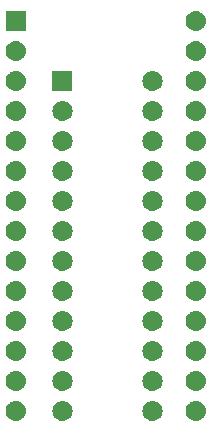
<source format=gbr>
G04 #@! TF.GenerationSoftware,KiCad,Pcbnew,(5.1.4)-1*
G04 #@! TF.CreationDate,2021-03-21T00:40:16-04:00*
G04 #@! TF.ProjectId,27c256_to_82s141,32376332-3536-45f7-946f-5f3832733134,rev?*
G04 #@! TF.SameCoordinates,Original*
G04 #@! TF.FileFunction,Soldermask,Top*
G04 #@! TF.FilePolarity,Negative*
%FSLAX46Y46*%
G04 Gerber Fmt 4.6, Leading zero omitted, Abs format (unit mm)*
G04 Created by KiCad (PCBNEW (5.1.4)-1) date 2021-03-21 00:40:16*
%MOMM*%
%LPD*%
G04 APERTURE LIST*
%ADD10C,0.100000*%
G04 APERTURE END LIST*
D10*
G36*
X126211824Y-82916314D02*
G01*
X126372243Y-82964977D01*
X126492012Y-83028995D01*
X126520079Y-83043997D01*
X126649660Y-83150342D01*
X126756005Y-83279923D01*
X126756006Y-83279925D01*
X126835025Y-83427759D01*
X126883688Y-83588178D01*
X126900118Y-83755001D01*
X126883688Y-83921824D01*
X126835025Y-84082243D01*
X126764115Y-84214907D01*
X126756005Y-84230079D01*
X126649660Y-84359660D01*
X126520079Y-84466005D01*
X126520077Y-84466006D01*
X126372243Y-84545025D01*
X126211824Y-84593688D01*
X126086805Y-84606001D01*
X126003197Y-84606001D01*
X125878178Y-84593688D01*
X125717759Y-84545025D01*
X125569925Y-84466006D01*
X125569923Y-84466005D01*
X125440342Y-84359660D01*
X125333997Y-84230079D01*
X125325887Y-84214907D01*
X125254977Y-84082243D01*
X125206314Y-83921824D01*
X125189884Y-83755001D01*
X125206314Y-83588178D01*
X125254977Y-83427759D01*
X125333996Y-83279925D01*
X125333997Y-83279923D01*
X125440342Y-83150342D01*
X125569923Y-83043997D01*
X125597990Y-83028995D01*
X125717759Y-82964977D01*
X125878178Y-82916314D01*
X126003197Y-82904001D01*
X126086805Y-82904001D01*
X126211824Y-82916314D01*
X126211824Y-82916314D01*
G37*
G36*
X110971824Y-82916314D02*
G01*
X111132243Y-82964977D01*
X111252012Y-83028995D01*
X111280079Y-83043997D01*
X111409660Y-83150342D01*
X111516005Y-83279923D01*
X111516006Y-83279925D01*
X111595025Y-83427759D01*
X111643688Y-83588178D01*
X111660118Y-83755001D01*
X111643688Y-83921824D01*
X111595025Y-84082243D01*
X111524115Y-84214907D01*
X111516005Y-84230079D01*
X111409660Y-84359660D01*
X111280079Y-84466005D01*
X111280077Y-84466006D01*
X111132243Y-84545025D01*
X110971824Y-84593688D01*
X110846805Y-84606001D01*
X110763197Y-84606001D01*
X110638178Y-84593688D01*
X110477759Y-84545025D01*
X110329925Y-84466006D01*
X110329923Y-84466005D01*
X110200342Y-84359660D01*
X110093997Y-84230079D01*
X110085887Y-84214907D01*
X110014977Y-84082243D01*
X109966314Y-83921824D01*
X109949884Y-83755001D01*
X109966314Y-83588178D01*
X110014977Y-83427759D01*
X110093996Y-83279925D01*
X110093997Y-83279923D01*
X110200342Y-83150342D01*
X110329923Y-83043997D01*
X110357990Y-83028995D01*
X110477759Y-82964977D01*
X110638178Y-82916314D01*
X110763197Y-82904001D01*
X110846805Y-82904001D01*
X110971824Y-82916314D01*
X110971824Y-82916314D01*
G37*
G36*
X122546823Y-82901313D02*
G01*
X122707242Y-82949976D01*
X122839906Y-83020886D01*
X122855078Y-83028996D01*
X122984659Y-83135341D01*
X123091004Y-83264922D01*
X123091005Y-83264924D01*
X123170024Y-83412758D01*
X123218687Y-83573177D01*
X123235117Y-83740000D01*
X123218687Y-83906823D01*
X123170024Y-84067242D01*
X123099114Y-84199906D01*
X123091004Y-84215078D01*
X122984659Y-84344659D01*
X122855078Y-84451004D01*
X122855076Y-84451005D01*
X122707242Y-84530024D01*
X122546823Y-84578687D01*
X122421804Y-84591000D01*
X122338196Y-84591000D01*
X122213177Y-84578687D01*
X122052758Y-84530024D01*
X121904924Y-84451005D01*
X121904922Y-84451004D01*
X121775341Y-84344659D01*
X121668996Y-84215078D01*
X121660886Y-84199906D01*
X121589976Y-84067242D01*
X121541313Y-83906823D01*
X121524883Y-83740000D01*
X121541313Y-83573177D01*
X121589976Y-83412758D01*
X121668995Y-83264924D01*
X121668996Y-83264922D01*
X121775341Y-83135341D01*
X121904922Y-83028996D01*
X121920094Y-83020886D01*
X122052758Y-82949976D01*
X122213177Y-82901313D01*
X122338196Y-82889000D01*
X122421804Y-82889000D01*
X122546823Y-82901313D01*
X122546823Y-82901313D01*
G37*
G36*
X114926823Y-82901313D02*
G01*
X115087242Y-82949976D01*
X115219906Y-83020886D01*
X115235078Y-83028996D01*
X115364659Y-83135341D01*
X115471004Y-83264922D01*
X115471005Y-83264924D01*
X115550024Y-83412758D01*
X115598687Y-83573177D01*
X115615117Y-83740000D01*
X115598687Y-83906823D01*
X115550024Y-84067242D01*
X115479114Y-84199906D01*
X115471004Y-84215078D01*
X115364659Y-84344659D01*
X115235078Y-84451004D01*
X115235076Y-84451005D01*
X115087242Y-84530024D01*
X114926823Y-84578687D01*
X114801804Y-84591000D01*
X114718196Y-84591000D01*
X114593177Y-84578687D01*
X114432758Y-84530024D01*
X114284924Y-84451005D01*
X114284922Y-84451004D01*
X114155341Y-84344659D01*
X114048996Y-84215078D01*
X114040886Y-84199906D01*
X113969976Y-84067242D01*
X113921313Y-83906823D01*
X113904883Y-83740000D01*
X113921313Y-83573177D01*
X113969976Y-83412758D01*
X114048995Y-83264924D01*
X114048996Y-83264922D01*
X114155341Y-83135341D01*
X114284922Y-83028996D01*
X114300094Y-83020886D01*
X114432758Y-82949976D01*
X114593177Y-82901313D01*
X114718196Y-82889000D01*
X114801804Y-82889000D01*
X114926823Y-82901313D01*
X114926823Y-82901313D01*
G37*
G36*
X110971824Y-80376314D02*
G01*
X111132243Y-80424977D01*
X111252012Y-80488995D01*
X111280079Y-80503997D01*
X111409660Y-80610342D01*
X111516005Y-80739923D01*
X111516006Y-80739925D01*
X111595025Y-80887759D01*
X111643688Y-81048178D01*
X111660118Y-81215001D01*
X111643688Y-81381824D01*
X111595025Y-81542243D01*
X111524115Y-81674907D01*
X111516005Y-81690079D01*
X111409660Y-81819660D01*
X111280079Y-81926005D01*
X111280077Y-81926006D01*
X111132243Y-82005025D01*
X110971824Y-82053688D01*
X110846805Y-82066001D01*
X110763197Y-82066001D01*
X110638178Y-82053688D01*
X110477759Y-82005025D01*
X110329925Y-81926006D01*
X110329923Y-81926005D01*
X110200342Y-81819660D01*
X110093997Y-81690079D01*
X110085887Y-81674907D01*
X110014977Y-81542243D01*
X109966314Y-81381824D01*
X109949884Y-81215001D01*
X109966314Y-81048178D01*
X110014977Y-80887759D01*
X110093996Y-80739925D01*
X110093997Y-80739923D01*
X110200342Y-80610342D01*
X110329923Y-80503997D01*
X110357990Y-80488995D01*
X110477759Y-80424977D01*
X110638178Y-80376314D01*
X110763197Y-80364001D01*
X110846805Y-80364001D01*
X110971824Y-80376314D01*
X110971824Y-80376314D01*
G37*
G36*
X126211824Y-80376314D02*
G01*
X126372243Y-80424977D01*
X126492012Y-80488995D01*
X126520079Y-80503997D01*
X126649660Y-80610342D01*
X126756005Y-80739923D01*
X126756006Y-80739925D01*
X126835025Y-80887759D01*
X126883688Y-81048178D01*
X126900118Y-81215001D01*
X126883688Y-81381824D01*
X126835025Y-81542243D01*
X126764115Y-81674907D01*
X126756005Y-81690079D01*
X126649660Y-81819660D01*
X126520079Y-81926005D01*
X126520077Y-81926006D01*
X126372243Y-82005025D01*
X126211824Y-82053688D01*
X126086805Y-82066001D01*
X126003197Y-82066001D01*
X125878178Y-82053688D01*
X125717759Y-82005025D01*
X125569925Y-81926006D01*
X125569923Y-81926005D01*
X125440342Y-81819660D01*
X125333997Y-81690079D01*
X125325887Y-81674907D01*
X125254977Y-81542243D01*
X125206314Y-81381824D01*
X125189884Y-81215001D01*
X125206314Y-81048178D01*
X125254977Y-80887759D01*
X125333996Y-80739925D01*
X125333997Y-80739923D01*
X125440342Y-80610342D01*
X125569923Y-80503997D01*
X125597990Y-80488995D01*
X125717759Y-80424977D01*
X125878178Y-80376314D01*
X126003197Y-80364001D01*
X126086805Y-80364001D01*
X126211824Y-80376314D01*
X126211824Y-80376314D01*
G37*
G36*
X122546823Y-80361313D02*
G01*
X122707242Y-80409976D01*
X122839906Y-80480886D01*
X122855078Y-80488996D01*
X122984659Y-80595341D01*
X123091004Y-80724922D01*
X123091005Y-80724924D01*
X123170024Y-80872758D01*
X123218687Y-81033177D01*
X123235117Y-81200000D01*
X123218687Y-81366823D01*
X123170024Y-81527242D01*
X123099114Y-81659906D01*
X123091004Y-81675078D01*
X122984659Y-81804659D01*
X122855078Y-81911004D01*
X122855076Y-81911005D01*
X122707242Y-81990024D01*
X122546823Y-82038687D01*
X122421804Y-82051000D01*
X122338196Y-82051000D01*
X122213177Y-82038687D01*
X122052758Y-81990024D01*
X121904924Y-81911005D01*
X121904922Y-81911004D01*
X121775341Y-81804659D01*
X121668996Y-81675078D01*
X121660886Y-81659906D01*
X121589976Y-81527242D01*
X121541313Y-81366823D01*
X121524883Y-81200000D01*
X121541313Y-81033177D01*
X121589976Y-80872758D01*
X121668995Y-80724924D01*
X121668996Y-80724922D01*
X121775341Y-80595341D01*
X121904922Y-80488996D01*
X121920094Y-80480886D01*
X122052758Y-80409976D01*
X122213177Y-80361313D01*
X122338196Y-80349000D01*
X122421804Y-80349000D01*
X122546823Y-80361313D01*
X122546823Y-80361313D01*
G37*
G36*
X114926823Y-80361313D02*
G01*
X115087242Y-80409976D01*
X115219906Y-80480886D01*
X115235078Y-80488996D01*
X115364659Y-80595341D01*
X115471004Y-80724922D01*
X115471005Y-80724924D01*
X115550024Y-80872758D01*
X115598687Y-81033177D01*
X115615117Y-81200000D01*
X115598687Y-81366823D01*
X115550024Y-81527242D01*
X115479114Y-81659906D01*
X115471004Y-81675078D01*
X115364659Y-81804659D01*
X115235078Y-81911004D01*
X115235076Y-81911005D01*
X115087242Y-81990024D01*
X114926823Y-82038687D01*
X114801804Y-82051000D01*
X114718196Y-82051000D01*
X114593177Y-82038687D01*
X114432758Y-81990024D01*
X114284924Y-81911005D01*
X114284922Y-81911004D01*
X114155341Y-81804659D01*
X114048996Y-81675078D01*
X114040886Y-81659906D01*
X113969976Y-81527242D01*
X113921313Y-81366823D01*
X113904883Y-81200000D01*
X113921313Y-81033177D01*
X113969976Y-80872758D01*
X114048995Y-80724924D01*
X114048996Y-80724922D01*
X114155341Y-80595341D01*
X114284922Y-80488996D01*
X114300094Y-80480886D01*
X114432758Y-80409976D01*
X114593177Y-80361313D01*
X114718196Y-80349000D01*
X114801804Y-80349000D01*
X114926823Y-80361313D01*
X114926823Y-80361313D01*
G37*
G36*
X126211824Y-77836314D02*
G01*
X126372243Y-77884977D01*
X126492012Y-77948995D01*
X126520079Y-77963997D01*
X126649660Y-78070342D01*
X126756005Y-78199923D01*
X126756006Y-78199925D01*
X126835025Y-78347759D01*
X126883688Y-78508178D01*
X126900118Y-78675001D01*
X126883688Y-78841824D01*
X126835025Y-79002243D01*
X126764115Y-79134907D01*
X126756005Y-79150079D01*
X126649660Y-79279660D01*
X126520079Y-79386005D01*
X126520077Y-79386006D01*
X126372243Y-79465025D01*
X126211824Y-79513688D01*
X126086805Y-79526001D01*
X126003197Y-79526001D01*
X125878178Y-79513688D01*
X125717759Y-79465025D01*
X125569925Y-79386006D01*
X125569923Y-79386005D01*
X125440342Y-79279660D01*
X125333997Y-79150079D01*
X125325887Y-79134907D01*
X125254977Y-79002243D01*
X125206314Y-78841824D01*
X125189884Y-78675001D01*
X125206314Y-78508178D01*
X125254977Y-78347759D01*
X125333996Y-78199925D01*
X125333997Y-78199923D01*
X125440342Y-78070342D01*
X125569923Y-77963997D01*
X125597990Y-77948995D01*
X125717759Y-77884977D01*
X125878178Y-77836314D01*
X126003197Y-77824001D01*
X126086805Y-77824001D01*
X126211824Y-77836314D01*
X126211824Y-77836314D01*
G37*
G36*
X110971824Y-77836314D02*
G01*
X111132243Y-77884977D01*
X111252012Y-77948995D01*
X111280079Y-77963997D01*
X111409660Y-78070342D01*
X111516005Y-78199923D01*
X111516006Y-78199925D01*
X111595025Y-78347759D01*
X111643688Y-78508178D01*
X111660118Y-78675001D01*
X111643688Y-78841824D01*
X111595025Y-79002243D01*
X111524115Y-79134907D01*
X111516005Y-79150079D01*
X111409660Y-79279660D01*
X111280079Y-79386005D01*
X111280077Y-79386006D01*
X111132243Y-79465025D01*
X110971824Y-79513688D01*
X110846805Y-79526001D01*
X110763197Y-79526001D01*
X110638178Y-79513688D01*
X110477759Y-79465025D01*
X110329925Y-79386006D01*
X110329923Y-79386005D01*
X110200342Y-79279660D01*
X110093997Y-79150079D01*
X110085887Y-79134907D01*
X110014977Y-79002243D01*
X109966314Y-78841824D01*
X109949884Y-78675001D01*
X109966314Y-78508178D01*
X110014977Y-78347759D01*
X110093996Y-78199925D01*
X110093997Y-78199923D01*
X110200342Y-78070342D01*
X110329923Y-77963997D01*
X110357990Y-77948995D01*
X110477759Y-77884977D01*
X110638178Y-77836314D01*
X110763197Y-77824001D01*
X110846805Y-77824001D01*
X110971824Y-77836314D01*
X110971824Y-77836314D01*
G37*
G36*
X114926823Y-77821313D02*
G01*
X115087242Y-77869976D01*
X115219906Y-77940886D01*
X115235078Y-77948996D01*
X115364659Y-78055341D01*
X115471004Y-78184922D01*
X115471005Y-78184924D01*
X115550024Y-78332758D01*
X115598687Y-78493177D01*
X115615117Y-78660000D01*
X115598687Y-78826823D01*
X115550024Y-78987242D01*
X115479114Y-79119906D01*
X115471004Y-79135078D01*
X115364659Y-79264659D01*
X115235078Y-79371004D01*
X115235076Y-79371005D01*
X115087242Y-79450024D01*
X114926823Y-79498687D01*
X114801804Y-79511000D01*
X114718196Y-79511000D01*
X114593177Y-79498687D01*
X114432758Y-79450024D01*
X114284924Y-79371005D01*
X114284922Y-79371004D01*
X114155341Y-79264659D01*
X114048996Y-79135078D01*
X114040886Y-79119906D01*
X113969976Y-78987242D01*
X113921313Y-78826823D01*
X113904883Y-78660000D01*
X113921313Y-78493177D01*
X113969976Y-78332758D01*
X114048995Y-78184924D01*
X114048996Y-78184922D01*
X114155341Y-78055341D01*
X114284922Y-77948996D01*
X114300094Y-77940886D01*
X114432758Y-77869976D01*
X114593177Y-77821313D01*
X114718196Y-77809000D01*
X114801804Y-77809000D01*
X114926823Y-77821313D01*
X114926823Y-77821313D01*
G37*
G36*
X122546823Y-77821313D02*
G01*
X122707242Y-77869976D01*
X122839906Y-77940886D01*
X122855078Y-77948996D01*
X122984659Y-78055341D01*
X123091004Y-78184922D01*
X123091005Y-78184924D01*
X123170024Y-78332758D01*
X123218687Y-78493177D01*
X123235117Y-78660000D01*
X123218687Y-78826823D01*
X123170024Y-78987242D01*
X123099114Y-79119906D01*
X123091004Y-79135078D01*
X122984659Y-79264659D01*
X122855078Y-79371004D01*
X122855076Y-79371005D01*
X122707242Y-79450024D01*
X122546823Y-79498687D01*
X122421804Y-79511000D01*
X122338196Y-79511000D01*
X122213177Y-79498687D01*
X122052758Y-79450024D01*
X121904924Y-79371005D01*
X121904922Y-79371004D01*
X121775341Y-79264659D01*
X121668996Y-79135078D01*
X121660886Y-79119906D01*
X121589976Y-78987242D01*
X121541313Y-78826823D01*
X121524883Y-78660000D01*
X121541313Y-78493177D01*
X121589976Y-78332758D01*
X121668995Y-78184924D01*
X121668996Y-78184922D01*
X121775341Y-78055341D01*
X121904922Y-77948996D01*
X121920094Y-77940886D01*
X122052758Y-77869976D01*
X122213177Y-77821313D01*
X122338196Y-77809000D01*
X122421804Y-77809000D01*
X122546823Y-77821313D01*
X122546823Y-77821313D01*
G37*
G36*
X110971824Y-75296314D02*
G01*
X111132243Y-75344977D01*
X111252012Y-75408995D01*
X111280079Y-75423997D01*
X111409660Y-75530342D01*
X111516005Y-75659923D01*
X111516006Y-75659925D01*
X111595025Y-75807759D01*
X111643688Y-75968178D01*
X111660118Y-76135001D01*
X111643688Y-76301824D01*
X111595025Y-76462243D01*
X111524115Y-76594907D01*
X111516005Y-76610079D01*
X111409660Y-76739660D01*
X111280079Y-76846005D01*
X111280077Y-76846006D01*
X111132243Y-76925025D01*
X110971824Y-76973688D01*
X110846805Y-76986001D01*
X110763197Y-76986001D01*
X110638178Y-76973688D01*
X110477759Y-76925025D01*
X110329925Y-76846006D01*
X110329923Y-76846005D01*
X110200342Y-76739660D01*
X110093997Y-76610079D01*
X110085887Y-76594907D01*
X110014977Y-76462243D01*
X109966314Y-76301824D01*
X109949884Y-76135001D01*
X109966314Y-75968178D01*
X110014977Y-75807759D01*
X110093996Y-75659925D01*
X110093997Y-75659923D01*
X110200342Y-75530342D01*
X110329923Y-75423997D01*
X110357990Y-75408995D01*
X110477759Y-75344977D01*
X110638178Y-75296314D01*
X110763197Y-75284001D01*
X110846805Y-75284001D01*
X110971824Y-75296314D01*
X110971824Y-75296314D01*
G37*
G36*
X126211824Y-75296314D02*
G01*
X126372243Y-75344977D01*
X126492012Y-75408995D01*
X126520079Y-75423997D01*
X126649660Y-75530342D01*
X126756005Y-75659923D01*
X126756006Y-75659925D01*
X126835025Y-75807759D01*
X126883688Y-75968178D01*
X126900118Y-76135001D01*
X126883688Y-76301824D01*
X126835025Y-76462243D01*
X126764115Y-76594907D01*
X126756005Y-76610079D01*
X126649660Y-76739660D01*
X126520079Y-76846005D01*
X126520077Y-76846006D01*
X126372243Y-76925025D01*
X126211824Y-76973688D01*
X126086805Y-76986001D01*
X126003197Y-76986001D01*
X125878178Y-76973688D01*
X125717759Y-76925025D01*
X125569925Y-76846006D01*
X125569923Y-76846005D01*
X125440342Y-76739660D01*
X125333997Y-76610079D01*
X125325887Y-76594907D01*
X125254977Y-76462243D01*
X125206314Y-76301824D01*
X125189884Y-76135001D01*
X125206314Y-75968178D01*
X125254977Y-75807759D01*
X125333996Y-75659925D01*
X125333997Y-75659923D01*
X125440342Y-75530342D01*
X125569923Y-75423997D01*
X125597990Y-75408995D01*
X125717759Y-75344977D01*
X125878178Y-75296314D01*
X126003197Y-75284001D01*
X126086805Y-75284001D01*
X126211824Y-75296314D01*
X126211824Y-75296314D01*
G37*
G36*
X122546823Y-75281313D02*
G01*
X122707242Y-75329976D01*
X122839906Y-75400886D01*
X122855078Y-75408996D01*
X122984659Y-75515341D01*
X123091004Y-75644922D01*
X123091005Y-75644924D01*
X123170024Y-75792758D01*
X123218687Y-75953177D01*
X123235117Y-76120000D01*
X123218687Y-76286823D01*
X123170024Y-76447242D01*
X123099114Y-76579906D01*
X123091004Y-76595078D01*
X122984659Y-76724659D01*
X122855078Y-76831004D01*
X122855076Y-76831005D01*
X122707242Y-76910024D01*
X122546823Y-76958687D01*
X122421804Y-76971000D01*
X122338196Y-76971000D01*
X122213177Y-76958687D01*
X122052758Y-76910024D01*
X121904924Y-76831005D01*
X121904922Y-76831004D01*
X121775341Y-76724659D01*
X121668996Y-76595078D01*
X121660886Y-76579906D01*
X121589976Y-76447242D01*
X121541313Y-76286823D01*
X121524883Y-76120000D01*
X121541313Y-75953177D01*
X121589976Y-75792758D01*
X121668995Y-75644924D01*
X121668996Y-75644922D01*
X121775341Y-75515341D01*
X121904922Y-75408996D01*
X121920094Y-75400886D01*
X122052758Y-75329976D01*
X122213177Y-75281313D01*
X122338196Y-75269000D01*
X122421804Y-75269000D01*
X122546823Y-75281313D01*
X122546823Y-75281313D01*
G37*
G36*
X114926823Y-75281313D02*
G01*
X115087242Y-75329976D01*
X115219906Y-75400886D01*
X115235078Y-75408996D01*
X115364659Y-75515341D01*
X115471004Y-75644922D01*
X115471005Y-75644924D01*
X115550024Y-75792758D01*
X115598687Y-75953177D01*
X115615117Y-76120000D01*
X115598687Y-76286823D01*
X115550024Y-76447242D01*
X115479114Y-76579906D01*
X115471004Y-76595078D01*
X115364659Y-76724659D01*
X115235078Y-76831004D01*
X115235076Y-76831005D01*
X115087242Y-76910024D01*
X114926823Y-76958687D01*
X114801804Y-76971000D01*
X114718196Y-76971000D01*
X114593177Y-76958687D01*
X114432758Y-76910024D01*
X114284924Y-76831005D01*
X114284922Y-76831004D01*
X114155341Y-76724659D01*
X114048996Y-76595078D01*
X114040886Y-76579906D01*
X113969976Y-76447242D01*
X113921313Y-76286823D01*
X113904883Y-76120000D01*
X113921313Y-75953177D01*
X113969976Y-75792758D01*
X114048995Y-75644924D01*
X114048996Y-75644922D01*
X114155341Y-75515341D01*
X114284922Y-75408996D01*
X114300094Y-75400886D01*
X114432758Y-75329976D01*
X114593177Y-75281313D01*
X114718196Y-75269000D01*
X114801804Y-75269000D01*
X114926823Y-75281313D01*
X114926823Y-75281313D01*
G37*
G36*
X126211824Y-72756314D02*
G01*
X126372243Y-72804977D01*
X126492012Y-72868995D01*
X126520079Y-72883997D01*
X126649660Y-72990342D01*
X126756005Y-73119923D01*
X126756006Y-73119925D01*
X126835025Y-73267759D01*
X126883688Y-73428178D01*
X126900118Y-73595001D01*
X126883688Y-73761824D01*
X126835025Y-73922243D01*
X126764115Y-74054907D01*
X126756005Y-74070079D01*
X126649660Y-74199660D01*
X126520079Y-74306005D01*
X126520077Y-74306006D01*
X126372243Y-74385025D01*
X126211824Y-74433688D01*
X126086805Y-74446001D01*
X126003197Y-74446001D01*
X125878178Y-74433688D01*
X125717759Y-74385025D01*
X125569925Y-74306006D01*
X125569923Y-74306005D01*
X125440342Y-74199660D01*
X125333997Y-74070079D01*
X125325887Y-74054907D01*
X125254977Y-73922243D01*
X125206314Y-73761824D01*
X125189884Y-73595001D01*
X125206314Y-73428178D01*
X125254977Y-73267759D01*
X125333996Y-73119925D01*
X125333997Y-73119923D01*
X125440342Y-72990342D01*
X125569923Y-72883997D01*
X125597990Y-72868995D01*
X125717759Y-72804977D01*
X125878178Y-72756314D01*
X126003197Y-72744001D01*
X126086805Y-72744001D01*
X126211824Y-72756314D01*
X126211824Y-72756314D01*
G37*
G36*
X110971824Y-72756314D02*
G01*
X111132243Y-72804977D01*
X111252012Y-72868995D01*
X111280079Y-72883997D01*
X111409660Y-72990342D01*
X111516005Y-73119923D01*
X111516006Y-73119925D01*
X111595025Y-73267759D01*
X111643688Y-73428178D01*
X111660118Y-73595001D01*
X111643688Y-73761824D01*
X111595025Y-73922243D01*
X111524115Y-74054907D01*
X111516005Y-74070079D01*
X111409660Y-74199660D01*
X111280079Y-74306005D01*
X111280077Y-74306006D01*
X111132243Y-74385025D01*
X110971824Y-74433688D01*
X110846805Y-74446001D01*
X110763197Y-74446001D01*
X110638178Y-74433688D01*
X110477759Y-74385025D01*
X110329925Y-74306006D01*
X110329923Y-74306005D01*
X110200342Y-74199660D01*
X110093997Y-74070079D01*
X110085887Y-74054907D01*
X110014977Y-73922243D01*
X109966314Y-73761824D01*
X109949884Y-73595001D01*
X109966314Y-73428178D01*
X110014977Y-73267759D01*
X110093996Y-73119925D01*
X110093997Y-73119923D01*
X110200342Y-72990342D01*
X110329923Y-72883997D01*
X110357990Y-72868995D01*
X110477759Y-72804977D01*
X110638178Y-72756314D01*
X110763197Y-72744001D01*
X110846805Y-72744001D01*
X110971824Y-72756314D01*
X110971824Y-72756314D01*
G37*
G36*
X122546823Y-72741313D02*
G01*
X122707242Y-72789976D01*
X122839906Y-72860886D01*
X122855078Y-72868996D01*
X122984659Y-72975341D01*
X123091004Y-73104922D01*
X123091005Y-73104924D01*
X123170024Y-73252758D01*
X123218687Y-73413177D01*
X123235117Y-73580000D01*
X123218687Y-73746823D01*
X123170024Y-73907242D01*
X123099114Y-74039906D01*
X123091004Y-74055078D01*
X122984659Y-74184659D01*
X122855078Y-74291004D01*
X122855076Y-74291005D01*
X122707242Y-74370024D01*
X122546823Y-74418687D01*
X122421804Y-74431000D01*
X122338196Y-74431000D01*
X122213177Y-74418687D01*
X122052758Y-74370024D01*
X121904924Y-74291005D01*
X121904922Y-74291004D01*
X121775341Y-74184659D01*
X121668996Y-74055078D01*
X121660886Y-74039906D01*
X121589976Y-73907242D01*
X121541313Y-73746823D01*
X121524883Y-73580000D01*
X121541313Y-73413177D01*
X121589976Y-73252758D01*
X121668995Y-73104924D01*
X121668996Y-73104922D01*
X121775341Y-72975341D01*
X121904922Y-72868996D01*
X121920094Y-72860886D01*
X122052758Y-72789976D01*
X122213177Y-72741313D01*
X122338196Y-72729000D01*
X122421804Y-72729000D01*
X122546823Y-72741313D01*
X122546823Y-72741313D01*
G37*
G36*
X114926823Y-72741313D02*
G01*
X115087242Y-72789976D01*
X115219906Y-72860886D01*
X115235078Y-72868996D01*
X115364659Y-72975341D01*
X115471004Y-73104922D01*
X115471005Y-73104924D01*
X115550024Y-73252758D01*
X115598687Y-73413177D01*
X115615117Y-73580000D01*
X115598687Y-73746823D01*
X115550024Y-73907242D01*
X115479114Y-74039906D01*
X115471004Y-74055078D01*
X115364659Y-74184659D01*
X115235078Y-74291004D01*
X115235076Y-74291005D01*
X115087242Y-74370024D01*
X114926823Y-74418687D01*
X114801804Y-74431000D01*
X114718196Y-74431000D01*
X114593177Y-74418687D01*
X114432758Y-74370024D01*
X114284924Y-74291005D01*
X114284922Y-74291004D01*
X114155341Y-74184659D01*
X114048996Y-74055078D01*
X114040886Y-74039906D01*
X113969976Y-73907242D01*
X113921313Y-73746823D01*
X113904883Y-73580000D01*
X113921313Y-73413177D01*
X113969976Y-73252758D01*
X114048995Y-73104924D01*
X114048996Y-73104922D01*
X114155341Y-72975341D01*
X114284922Y-72868996D01*
X114300094Y-72860886D01*
X114432758Y-72789976D01*
X114593177Y-72741313D01*
X114718196Y-72729000D01*
X114801804Y-72729000D01*
X114926823Y-72741313D01*
X114926823Y-72741313D01*
G37*
G36*
X110971824Y-70216314D02*
G01*
X111132243Y-70264977D01*
X111252012Y-70328995D01*
X111280079Y-70343997D01*
X111409660Y-70450342D01*
X111516005Y-70579923D01*
X111516006Y-70579925D01*
X111595025Y-70727759D01*
X111643688Y-70888178D01*
X111660118Y-71055001D01*
X111643688Y-71221824D01*
X111595025Y-71382243D01*
X111524115Y-71514907D01*
X111516005Y-71530079D01*
X111409660Y-71659660D01*
X111280079Y-71766005D01*
X111280077Y-71766006D01*
X111132243Y-71845025D01*
X110971824Y-71893688D01*
X110846805Y-71906001D01*
X110763197Y-71906001D01*
X110638178Y-71893688D01*
X110477759Y-71845025D01*
X110329925Y-71766006D01*
X110329923Y-71766005D01*
X110200342Y-71659660D01*
X110093997Y-71530079D01*
X110085887Y-71514907D01*
X110014977Y-71382243D01*
X109966314Y-71221824D01*
X109949884Y-71055001D01*
X109966314Y-70888178D01*
X110014977Y-70727759D01*
X110093996Y-70579925D01*
X110093997Y-70579923D01*
X110200342Y-70450342D01*
X110329923Y-70343997D01*
X110357990Y-70328995D01*
X110477759Y-70264977D01*
X110638178Y-70216314D01*
X110763197Y-70204001D01*
X110846805Y-70204001D01*
X110971824Y-70216314D01*
X110971824Y-70216314D01*
G37*
G36*
X126211824Y-70216314D02*
G01*
X126372243Y-70264977D01*
X126492012Y-70328995D01*
X126520079Y-70343997D01*
X126649660Y-70450342D01*
X126756005Y-70579923D01*
X126756006Y-70579925D01*
X126835025Y-70727759D01*
X126883688Y-70888178D01*
X126900118Y-71055001D01*
X126883688Y-71221824D01*
X126835025Y-71382243D01*
X126764115Y-71514907D01*
X126756005Y-71530079D01*
X126649660Y-71659660D01*
X126520079Y-71766005D01*
X126520077Y-71766006D01*
X126372243Y-71845025D01*
X126211824Y-71893688D01*
X126086805Y-71906001D01*
X126003197Y-71906001D01*
X125878178Y-71893688D01*
X125717759Y-71845025D01*
X125569925Y-71766006D01*
X125569923Y-71766005D01*
X125440342Y-71659660D01*
X125333997Y-71530079D01*
X125325887Y-71514907D01*
X125254977Y-71382243D01*
X125206314Y-71221824D01*
X125189884Y-71055001D01*
X125206314Y-70888178D01*
X125254977Y-70727759D01*
X125333996Y-70579925D01*
X125333997Y-70579923D01*
X125440342Y-70450342D01*
X125569923Y-70343997D01*
X125597990Y-70328995D01*
X125717759Y-70264977D01*
X125878178Y-70216314D01*
X126003197Y-70204001D01*
X126086805Y-70204001D01*
X126211824Y-70216314D01*
X126211824Y-70216314D01*
G37*
G36*
X114926823Y-70201313D02*
G01*
X115087242Y-70249976D01*
X115219906Y-70320886D01*
X115235078Y-70328996D01*
X115364659Y-70435341D01*
X115471004Y-70564922D01*
X115471005Y-70564924D01*
X115550024Y-70712758D01*
X115598687Y-70873177D01*
X115615117Y-71040000D01*
X115598687Y-71206823D01*
X115550024Y-71367242D01*
X115479114Y-71499906D01*
X115471004Y-71515078D01*
X115364659Y-71644659D01*
X115235078Y-71751004D01*
X115235076Y-71751005D01*
X115087242Y-71830024D01*
X114926823Y-71878687D01*
X114801804Y-71891000D01*
X114718196Y-71891000D01*
X114593177Y-71878687D01*
X114432758Y-71830024D01*
X114284924Y-71751005D01*
X114284922Y-71751004D01*
X114155341Y-71644659D01*
X114048996Y-71515078D01*
X114040886Y-71499906D01*
X113969976Y-71367242D01*
X113921313Y-71206823D01*
X113904883Y-71040000D01*
X113921313Y-70873177D01*
X113969976Y-70712758D01*
X114048995Y-70564924D01*
X114048996Y-70564922D01*
X114155341Y-70435341D01*
X114284922Y-70328996D01*
X114300094Y-70320886D01*
X114432758Y-70249976D01*
X114593177Y-70201313D01*
X114718196Y-70189000D01*
X114801804Y-70189000D01*
X114926823Y-70201313D01*
X114926823Y-70201313D01*
G37*
G36*
X122546823Y-70201313D02*
G01*
X122707242Y-70249976D01*
X122839906Y-70320886D01*
X122855078Y-70328996D01*
X122984659Y-70435341D01*
X123091004Y-70564922D01*
X123091005Y-70564924D01*
X123170024Y-70712758D01*
X123218687Y-70873177D01*
X123235117Y-71040000D01*
X123218687Y-71206823D01*
X123170024Y-71367242D01*
X123099114Y-71499906D01*
X123091004Y-71515078D01*
X122984659Y-71644659D01*
X122855078Y-71751004D01*
X122855076Y-71751005D01*
X122707242Y-71830024D01*
X122546823Y-71878687D01*
X122421804Y-71891000D01*
X122338196Y-71891000D01*
X122213177Y-71878687D01*
X122052758Y-71830024D01*
X121904924Y-71751005D01*
X121904922Y-71751004D01*
X121775341Y-71644659D01*
X121668996Y-71515078D01*
X121660886Y-71499906D01*
X121589976Y-71367242D01*
X121541313Y-71206823D01*
X121524883Y-71040000D01*
X121541313Y-70873177D01*
X121589976Y-70712758D01*
X121668995Y-70564924D01*
X121668996Y-70564922D01*
X121775341Y-70435341D01*
X121904922Y-70328996D01*
X121920094Y-70320886D01*
X122052758Y-70249976D01*
X122213177Y-70201313D01*
X122338196Y-70189000D01*
X122421804Y-70189000D01*
X122546823Y-70201313D01*
X122546823Y-70201313D01*
G37*
G36*
X110971824Y-67676314D02*
G01*
X111132243Y-67724977D01*
X111252012Y-67788995D01*
X111280079Y-67803997D01*
X111409660Y-67910342D01*
X111516005Y-68039923D01*
X111516006Y-68039925D01*
X111595025Y-68187759D01*
X111643688Y-68348178D01*
X111660118Y-68515001D01*
X111643688Y-68681824D01*
X111595025Y-68842243D01*
X111524115Y-68974907D01*
X111516005Y-68990079D01*
X111409660Y-69119660D01*
X111280079Y-69226005D01*
X111280077Y-69226006D01*
X111132243Y-69305025D01*
X110971824Y-69353688D01*
X110846805Y-69366001D01*
X110763197Y-69366001D01*
X110638178Y-69353688D01*
X110477759Y-69305025D01*
X110329925Y-69226006D01*
X110329923Y-69226005D01*
X110200342Y-69119660D01*
X110093997Y-68990079D01*
X110085887Y-68974907D01*
X110014977Y-68842243D01*
X109966314Y-68681824D01*
X109949884Y-68515001D01*
X109966314Y-68348178D01*
X110014977Y-68187759D01*
X110093996Y-68039925D01*
X110093997Y-68039923D01*
X110200342Y-67910342D01*
X110329923Y-67803997D01*
X110357990Y-67788995D01*
X110477759Y-67724977D01*
X110638178Y-67676314D01*
X110763197Y-67664001D01*
X110846805Y-67664001D01*
X110971824Y-67676314D01*
X110971824Y-67676314D01*
G37*
G36*
X126211824Y-67676314D02*
G01*
X126372243Y-67724977D01*
X126492012Y-67788995D01*
X126520079Y-67803997D01*
X126649660Y-67910342D01*
X126756005Y-68039923D01*
X126756006Y-68039925D01*
X126835025Y-68187759D01*
X126883688Y-68348178D01*
X126900118Y-68515001D01*
X126883688Y-68681824D01*
X126835025Y-68842243D01*
X126764115Y-68974907D01*
X126756005Y-68990079D01*
X126649660Y-69119660D01*
X126520079Y-69226005D01*
X126520077Y-69226006D01*
X126372243Y-69305025D01*
X126211824Y-69353688D01*
X126086805Y-69366001D01*
X126003197Y-69366001D01*
X125878178Y-69353688D01*
X125717759Y-69305025D01*
X125569925Y-69226006D01*
X125569923Y-69226005D01*
X125440342Y-69119660D01*
X125333997Y-68990079D01*
X125325887Y-68974907D01*
X125254977Y-68842243D01*
X125206314Y-68681824D01*
X125189884Y-68515001D01*
X125206314Y-68348178D01*
X125254977Y-68187759D01*
X125333996Y-68039925D01*
X125333997Y-68039923D01*
X125440342Y-67910342D01*
X125569923Y-67803997D01*
X125597990Y-67788995D01*
X125717759Y-67724977D01*
X125878178Y-67676314D01*
X126003197Y-67664001D01*
X126086805Y-67664001D01*
X126211824Y-67676314D01*
X126211824Y-67676314D01*
G37*
G36*
X122546823Y-67661313D02*
G01*
X122707242Y-67709976D01*
X122839906Y-67780886D01*
X122855078Y-67788996D01*
X122984659Y-67895341D01*
X123091004Y-68024922D01*
X123091005Y-68024924D01*
X123170024Y-68172758D01*
X123218687Y-68333177D01*
X123235117Y-68500000D01*
X123218687Y-68666823D01*
X123170024Y-68827242D01*
X123099114Y-68959906D01*
X123091004Y-68975078D01*
X122984659Y-69104659D01*
X122855078Y-69211004D01*
X122855076Y-69211005D01*
X122707242Y-69290024D01*
X122546823Y-69338687D01*
X122421804Y-69351000D01*
X122338196Y-69351000D01*
X122213177Y-69338687D01*
X122052758Y-69290024D01*
X121904924Y-69211005D01*
X121904922Y-69211004D01*
X121775341Y-69104659D01*
X121668996Y-68975078D01*
X121660886Y-68959906D01*
X121589976Y-68827242D01*
X121541313Y-68666823D01*
X121524883Y-68500000D01*
X121541313Y-68333177D01*
X121589976Y-68172758D01*
X121668995Y-68024924D01*
X121668996Y-68024922D01*
X121775341Y-67895341D01*
X121904922Y-67788996D01*
X121920094Y-67780886D01*
X122052758Y-67709976D01*
X122213177Y-67661313D01*
X122338196Y-67649000D01*
X122421804Y-67649000D01*
X122546823Y-67661313D01*
X122546823Y-67661313D01*
G37*
G36*
X114926823Y-67661313D02*
G01*
X115087242Y-67709976D01*
X115219906Y-67780886D01*
X115235078Y-67788996D01*
X115364659Y-67895341D01*
X115471004Y-68024922D01*
X115471005Y-68024924D01*
X115550024Y-68172758D01*
X115598687Y-68333177D01*
X115615117Y-68500000D01*
X115598687Y-68666823D01*
X115550024Y-68827242D01*
X115479114Y-68959906D01*
X115471004Y-68975078D01*
X115364659Y-69104659D01*
X115235078Y-69211004D01*
X115235076Y-69211005D01*
X115087242Y-69290024D01*
X114926823Y-69338687D01*
X114801804Y-69351000D01*
X114718196Y-69351000D01*
X114593177Y-69338687D01*
X114432758Y-69290024D01*
X114284924Y-69211005D01*
X114284922Y-69211004D01*
X114155341Y-69104659D01*
X114048996Y-68975078D01*
X114040886Y-68959906D01*
X113969976Y-68827242D01*
X113921313Y-68666823D01*
X113904883Y-68500000D01*
X113921313Y-68333177D01*
X113969976Y-68172758D01*
X114048995Y-68024924D01*
X114048996Y-68024922D01*
X114155341Y-67895341D01*
X114284922Y-67788996D01*
X114300094Y-67780886D01*
X114432758Y-67709976D01*
X114593177Y-67661313D01*
X114718196Y-67649000D01*
X114801804Y-67649000D01*
X114926823Y-67661313D01*
X114926823Y-67661313D01*
G37*
G36*
X126211824Y-65136314D02*
G01*
X126372243Y-65184977D01*
X126492012Y-65248995D01*
X126520079Y-65263997D01*
X126649660Y-65370342D01*
X126756005Y-65499923D01*
X126756006Y-65499925D01*
X126835025Y-65647759D01*
X126883688Y-65808178D01*
X126900118Y-65975001D01*
X126883688Y-66141824D01*
X126835025Y-66302243D01*
X126764115Y-66434907D01*
X126756005Y-66450079D01*
X126649660Y-66579660D01*
X126520079Y-66686005D01*
X126520077Y-66686006D01*
X126372243Y-66765025D01*
X126211824Y-66813688D01*
X126086805Y-66826001D01*
X126003197Y-66826001D01*
X125878178Y-66813688D01*
X125717759Y-66765025D01*
X125569925Y-66686006D01*
X125569923Y-66686005D01*
X125440342Y-66579660D01*
X125333997Y-66450079D01*
X125325887Y-66434907D01*
X125254977Y-66302243D01*
X125206314Y-66141824D01*
X125189884Y-65975001D01*
X125206314Y-65808178D01*
X125254977Y-65647759D01*
X125333996Y-65499925D01*
X125333997Y-65499923D01*
X125440342Y-65370342D01*
X125569923Y-65263997D01*
X125597990Y-65248995D01*
X125717759Y-65184977D01*
X125878178Y-65136314D01*
X126003197Y-65124001D01*
X126086805Y-65124001D01*
X126211824Y-65136314D01*
X126211824Y-65136314D01*
G37*
G36*
X110971824Y-65136314D02*
G01*
X111132243Y-65184977D01*
X111252012Y-65248995D01*
X111280079Y-65263997D01*
X111409660Y-65370342D01*
X111516005Y-65499923D01*
X111516006Y-65499925D01*
X111595025Y-65647759D01*
X111643688Y-65808178D01*
X111660118Y-65975001D01*
X111643688Y-66141824D01*
X111595025Y-66302243D01*
X111524115Y-66434907D01*
X111516005Y-66450079D01*
X111409660Y-66579660D01*
X111280079Y-66686005D01*
X111280077Y-66686006D01*
X111132243Y-66765025D01*
X110971824Y-66813688D01*
X110846805Y-66826001D01*
X110763197Y-66826001D01*
X110638178Y-66813688D01*
X110477759Y-66765025D01*
X110329925Y-66686006D01*
X110329923Y-66686005D01*
X110200342Y-66579660D01*
X110093997Y-66450079D01*
X110085887Y-66434907D01*
X110014977Y-66302243D01*
X109966314Y-66141824D01*
X109949884Y-65975001D01*
X109966314Y-65808178D01*
X110014977Y-65647759D01*
X110093996Y-65499925D01*
X110093997Y-65499923D01*
X110200342Y-65370342D01*
X110329923Y-65263997D01*
X110357990Y-65248995D01*
X110477759Y-65184977D01*
X110638178Y-65136314D01*
X110763197Y-65124001D01*
X110846805Y-65124001D01*
X110971824Y-65136314D01*
X110971824Y-65136314D01*
G37*
G36*
X114926823Y-65121313D02*
G01*
X115087242Y-65169976D01*
X115219906Y-65240886D01*
X115235078Y-65248996D01*
X115364659Y-65355341D01*
X115471004Y-65484922D01*
X115471005Y-65484924D01*
X115550024Y-65632758D01*
X115598687Y-65793177D01*
X115615117Y-65960000D01*
X115598687Y-66126823D01*
X115550024Y-66287242D01*
X115479114Y-66419906D01*
X115471004Y-66435078D01*
X115364659Y-66564659D01*
X115235078Y-66671004D01*
X115235076Y-66671005D01*
X115087242Y-66750024D01*
X114926823Y-66798687D01*
X114801804Y-66811000D01*
X114718196Y-66811000D01*
X114593177Y-66798687D01*
X114432758Y-66750024D01*
X114284924Y-66671005D01*
X114284922Y-66671004D01*
X114155341Y-66564659D01*
X114048996Y-66435078D01*
X114040886Y-66419906D01*
X113969976Y-66287242D01*
X113921313Y-66126823D01*
X113904883Y-65960000D01*
X113921313Y-65793177D01*
X113969976Y-65632758D01*
X114048995Y-65484924D01*
X114048996Y-65484922D01*
X114155341Y-65355341D01*
X114284922Y-65248996D01*
X114300094Y-65240886D01*
X114432758Y-65169976D01*
X114593177Y-65121313D01*
X114718196Y-65109000D01*
X114801804Y-65109000D01*
X114926823Y-65121313D01*
X114926823Y-65121313D01*
G37*
G36*
X122546823Y-65121313D02*
G01*
X122707242Y-65169976D01*
X122839906Y-65240886D01*
X122855078Y-65248996D01*
X122984659Y-65355341D01*
X123091004Y-65484922D01*
X123091005Y-65484924D01*
X123170024Y-65632758D01*
X123218687Y-65793177D01*
X123235117Y-65960000D01*
X123218687Y-66126823D01*
X123170024Y-66287242D01*
X123099114Y-66419906D01*
X123091004Y-66435078D01*
X122984659Y-66564659D01*
X122855078Y-66671004D01*
X122855076Y-66671005D01*
X122707242Y-66750024D01*
X122546823Y-66798687D01*
X122421804Y-66811000D01*
X122338196Y-66811000D01*
X122213177Y-66798687D01*
X122052758Y-66750024D01*
X121904924Y-66671005D01*
X121904922Y-66671004D01*
X121775341Y-66564659D01*
X121668996Y-66435078D01*
X121660886Y-66419906D01*
X121589976Y-66287242D01*
X121541313Y-66126823D01*
X121524883Y-65960000D01*
X121541313Y-65793177D01*
X121589976Y-65632758D01*
X121668995Y-65484924D01*
X121668996Y-65484922D01*
X121775341Y-65355341D01*
X121904922Y-65248996D01*
X121920094Y-65240886D01*
X122052758Y-65169976D01*
X122213177Y-65121313D01*
X122338196Y-65109000D01*
X122421804Y-65109000D01*
X122546823Y-65121313D01*
X122546823Y-65121313D01*
G37*
G36*
X110971824Y-62596314D02*
G01*
X111132243Y-62644977D01*
X111252012Y-62708995D01*
X111280079Y-62723997D01*
X111409660Y-62830342D01*
X111516005Y-62959923D01*
X111516006Y-62959925D01*
X111595025Y-63107759D01*
X111643688Y-63268178D01*
X111660118Y-63435001D01*
X111643688Y-63601824D01*
X111595025Y-63762243D01*
X111524115Y-63894907D01*
X111516005Y-63910079D01*
X111409660Y-64039660D01*
X111280079Y-64146005D01*
X111280077Y-64146006D01*
X111132243Y-64225025D01*
X110971824Y-64273688D01*
X110846805Y-64286001D01*
X110763197Y-64286001D01*
X110638178Y-64273688D01*
X110477759Y-64225025D01*
X110329925Y-64146006D01*
X110329923Y-64146005D01*
X110200342Y-64039660D01*
X110093997Y-63910079D01*
X110085887Y-63894907D01*
X110014977Y-63762243D01*
X109966314Y-63601824D01*
X109949884Y-63435001D01*
X109966314Y-63268178D01*
X110014977Y-63107759D01*
X110093996Y-62959925D01*
X110093997Y-62959923D01*
X110200342Y-62830342D01*
X110329923Y-62723997D01*
X110357990Y-62708995D01*
X110477759Y-62644977D01*
X110638178Y-62596314D01*
X110763197Y-62584001D01*
X110846805Y-62584001D01*
X110971824Y-62596314D01*
X110971824Y-62596314D01*
G37*
G36*
X126211824Y-62596314D02*
G01*
X126372243Y-62644977D01*
X126492012Y-62708995D01*
X126520079Y-62723997D01*
X126649660Y-62830342D01*
X126756005Y-62959923D01*
X126756006Y-62959925D01*
X126835025Y-63107759D01*
X126883688Y-63268178D01*
X126900118Y-63435001D01*
X126883688Y-63601824D01*
X126835025Y-63762243D01*
X126764115Y-63894907D01*
X126756005Y-63910079D01*
X126649660Y-64039660D01*
X126520079Y-64146005D01*
X126520077Y-64146006D01*
X126372243Y-64225025D01*
X126211824Y-64273688D01*
X126086805Y-64286001D01*
X126003197Y-64286001D01*
X125878178Y-64273688D01*
X125717759Y-64225025D01*
X125569925Y-64146006D01*
X125569923Y-64146005D01*
X125440342Y-64039660D01*
X125333997Y-63910079D01*
X125325887Y-63894907D01*
X125254977Y-63762243D01*
X125206314Y-63601824D01*
X125189884Y-63435001D01*
X125206314Y-63268178D01*
X125254977Y-63107759D01*
X125333996Y-62959925D01*
X125333997Y-62959923D01*
X125440342Y-62830342D01*
X125569923Y-62723997D01*
X125597990Y-62708995D01*
X125717759Y-62644977D01*
X125878178Y-62596314D01*
X126003197Y-62584001D01*
X126086805Y-62584001D01*
X126211824Y-62596314D01*
X126211824Y-62596314D01*
G37*
G36*
X122546823Y-62581313D02*
G01*
X122707242Y-62629976D01*
X122839906Y-62700886D01*
X122855078Y-62708996D01*
X122984659Y-62815341D01*
X123091004Y-62944922D01*
X123091005Y-62944924D01*
X123170024Y-63092758D01*
X123218687Y-63253177D01*
X123235117Y-63420000D01*
X123218687Y-63586823D01*
X123170024Y-63747242D01*
X123099114Y-63879906D01*
X123091004Y-63895078D01*
X122984659Y-64024659D01*
X122855078Y-64131004D01*
X122855076Y-64131005D01*
X122707242Y-64210024D01*
X122546823Y-64258687D01*
X122421804Y-64271000D01*
X122338196Y-64271000D01*
X122213177Y-64258687D01*
X122052758Y-64210024D01*
X121904924Y-64131005D01*
X121904922Y-64131004D01*
X121775341Y-64024659D01*
X121668996Y-63895078D01*
X121660886Y-63879906D01*
X121589976Y-63747242D01*
X121541313Y-63586823D01*
X121524883Y-63420000D01*
X121541313Y-63253177D01*
X121589976Y-63092758D01*
X121668995Y-62944924D01*
X121668996Y-62944922D01*
X121775341Y-62815341D01*
X121904922Y-62708996D01*
X121920094Y-62700886D01*
X122052758Y-62629976D01*
X122213177Y-62581313D01*
X122338196Y-62569000D01*
X122421804Y-62569000D01*
X122546823Y-62581313D01*
X122546823Y-62581313D01*
G37*
G36*
X114926823Y-62581313D02*
G01*
X115087242Y-62629976D01*
X115219906Y-62700886D01*
X115235078Y-62708996D01*
X115364659Y-62815341D01*
X115471004Y-62944922D01*
X115471005Y-62944924D01*
X115550024Y-63092758D01*
X115598687Y-63253177D01*
X115615117Y-63420000D01*
X115598687Y-63586823D01*
X115550024Y-63747242D01*
X115479114Y-63879906D01*
X115471004Y-63895078D01*
X115364659Y-64024659D01*
X115235078Y-64131004D01*
X115235076Y-64131005D01*
X115087242Y-64210024D01*
X114926823Y-64258687D01*
X114801804Y-64271000D01*
X114718196Y-64271000D01*
X114593177Y-64258687D01*
X114432758Y-64210024D01*
X114284924Y-64131005D01*
X114284922Y-64131004D01*
X114155341Y-64024659D01*
X114048996Y-63895078D01*
X114040886Y-63879906D01*
X113969976Y-63747242D01*
X113921313Y-63586823D01*
X113904883Y-63420000D01*
X113921313Y-63253177D01*
X113969976Y-63092758D01*
X114048995Y-62944924D01*
X114048996Y-62944922D01*
X114155341Y-62815341D01*
X114284922Y-62708996D01*
X114300094Y-62700886D01*
X114432758Y-62629976D01*
X114593177Y-62581313D01*
X114718196Y-62569000D01*
X114801804Y-62569000D01*
X114926823Y-62581313D01*
X114926823Y-62581313D01*
G37*
G36*
X126211824Y-60056314D02*
G01*
X126372243Y-60104977D01*
X126492012Y-60168995D01*
X126520079Y-60183997D01*
X126649660Y-60290342D01*
X126756005Y-60419923D01*
X126756006Y-60419925D01*
X126835025Y-60567759D01*
X126883688Y-60728178D01*
X126900118Y-60895001D01*
X126883688Y-61061824D01*
X126835025Y-61222243D01*
X126764115Y-61354907D01*
X126756005Y-61370079D01*
X126649660Y-61499660D01*
X126520079Y-61606005D01*
X126520077Y-61606006D01*
X126372243Y-61685025D01*
X126211824Y-61733688D01*
X126086805Y-61746001D01*
X126003197Y-61746001D01*
X125878178Y-61733688D01*
X125717759Y-61685025D01*
X125569925Y-61606006D01*
X125569923Y-61606005D01*
X125440342Y-61499660D01*
X125333997Y-61370079D01*
X125325887Y-61354907D01*
X125254977Y-61222243D01*
X125206314Y-61061824D01*
X125189884Y-60895001D01*
X125206314Y-60728178D01*
X125254977Y-60567759D01*
X125333996Y-60419925D01*
X125333997Y-60419923D01*
X125440342Y-60290342D01*
X125569923Y-60183997D01*
X125597990Y-60168995D01*
X125717759Y-60104977D01*
X125878178Y-60056314D01*
X126003197Y-60044001D01*
X126086805Y-60044001D01*
X126211824Y-60056314D01*
X126211824Y-60056314D01*
G37*
G36*
X110971824Y-60056314D02*
G01*
X111132243Y-60104977D01*
X111252012Y-60168995D01*
X111280079Y-60183997D01*
X111409660Y-60290342D01*
X111516005Y-60419923D01*
X111516006Y-60419925D01*
X111595025Y-60567759D01*
X111643688Y-60728178D01*
X111660118Y-60895001D01*
X111643688Y-61061824D01*
X111595025Y-61222243D01*
X111524115Y-61354907D01*
X111516005Y-61370079D01*
X111409660Y-61499660D01*
X111280079Y-61606005D01*
X111280077Y-61606006D01*
X111132243Y-61685025D01*
X110971824Y-61733688D01*
X110846805Y-61746001D01*
X110763197Y-61746001D01*
X110638178Y-61733688D01*
X110477759Y-61685025D01*
X110329925Y-61606006D01*
X110329923Y-61606005D01*
X110200342Y-61499660D01*
X110093997Y-61370079D01*
X110085887Y-61354907D01*
X110014977Y-61222243D01*
X109966314Y-61061824D01*
X109949884Y-60895001D01*
X109966314Y-60728178D01*
X110014977Y-60567759D01*
X110093996Y-60419925D01*
X110093997Y-60419923D01*
X110200342Y-60290342D01*
X110329923Y-60183997D01*
X110357990Y-60168995D01*
X110477759Y-60104977D01*
X110638178Y-60056314D01*
X110763197Y-60044001D01*
X110846805Y-60044001D01*
X110971824Y-60056314D01*
X110971824Y-60056314D01*
G37*
G36*
X122546823Y-60041313D02*
G01*
X122707242Y-60089976D01*
X122839906Y-60160886D01*
X122855078Y-60168996D01*
X122984659Y-60275341D01*
X123091004Y-60404922D01*
X123091005Y-60404924D01*
X123170024Y-60552758D01*
X123218687Y-60713177D01*
X123235117Y-60880000D01*
X123218687Y-61046823D01*
X123170024Y-61207242D01*
X123099114Y-61339906D01*
X123091004Y-61355078D01*
X122984659Y-61484659D01*
X122855078Y-61591004D01*
X122855076Y-61591005D01*
X122707242Y-61670024D01*
X122546823Y-61718687D01*
X122421804Y-61731000D01*
X122338196Y-61731000D01*
X122213177Y-61718687D01*
X122052758Y-61670024D01*
X121904924Y-61591005D01*
X121904922Y-61591004D01*
X121775341Y-61484659D01*
X121668996Y-61355078D01*
X121660886Y-61339906D01*
X121589976Y-61207242D01*
X121541313Y-61046823D01*
X121524883Y-60880000D01*
X121541313Y-60713177D01*
X121589976Y-60552758D01*
X121668995Y-60404924D01*
X121668996Y-60404922D01*
X121775341Y-60275341D01*
X121904922Y-60168996D01*
X121920094Y-60160886D01*
X122052758Y-60089976D01*
X122213177Y-60041313D01*
X122338196Y-60029000D01*
X122421804Y-60029000D01*
X122546823Y-60041313D01*
X122546823Y-60041313D01*
G37*
G36*
X114926823Y-60041313D02*
G01*
X115087242Y-60089976D01*
X115219906Y-60160886D01*
X115235078Y-60168996D01*
X115364659Y-60275341D01*
X115471004Y-60404922D01*
X115471005Y-60404924D01*
X115550024Y-60552758D01*
X115598687Y-60713177D01*
X115615117Y-60880000D01*
X115598687Y-61046823D01*
X115550024Y-61207242D01*
X115479114Y-61339906D01*
X115471004Y-61355078D01*
X115364659Y-61484659D01*
X115235078Y-61591004D01*
X115235076Y-61591005D01*
X115087242Y-61670024D01*
X114926823Y-61718687D01*
X114801804Y-61731000D01*
X114718196Y-61731000D01*
X114593177Y-61718687D01*
X114432758Y-61670024D01*
X114284924Y-61591005D01*
X114284922Y-61591004D01*
X114155341Y-61484659D01*
X114048996Y-61355078D01*
X114040886Y-61339906D01*
X113969976Y-61207242D01*
X113921313Y-61046823D01*
X113904883Y-60880000D01*
X113921313Y-60713177D01*
X113969976Y-60552758D01*
X114048995Y-60404924D01*
X114048996Y-60404922D01*
X114155341Y-60275341D01*
X114284922Y-60168996D01*
X114300094Y-60160886D01*
X114432758Y-60089976D01*
X114593177Y-60041313D01*
X114718196Y-60029000D01*
X114801804Y-60029000D01*
X114926823Y-60041313D01*
X114926823Y-60041313D01*
G37*
G36*
X126211824Y-57516314D02*
G01*
X126372243Y-57564977D01*
X126492012Y-57628995D01*
X126520079Y-57643997D01*
X126649660Y-57750342D01*
X126756005Y-57879923D01*
X126756006Y-57879925D01*
X126835025Y-58027759D01*
X126883688Y-58188178D01*
X126900118Y-58355001D01*
X126883688Y-58521824D01*
X126835025Y-58682243D01*
X126764115Y-58814907D01*
X126756005Y-58830079D01*
X126649660Y-58959660D01*
X126520079Y-59066005D01*
X126520077Y-59066006D01*
X126372243Y-59145025D01*
X126211824Y-59193688D01*
X126086805Y-59206001D01*
X126003197Y-59206001D01*
X125878178Y-59193688D01*
X125717759Y-59145025D01*
X125569925Y-59066006D01*
X125569923Y-59066005D01*
X125440342Y-58959660D01*
X125333997Y-58830079D01*
X125325887Y-58814907D01*
X125254977Y-58682243D01*
X125206314Y-58521824D01*
X125189884Y-58355001D01*
X125206314Y-58188178D01*
X125254977Y-58027759D01*
X125333996Y-57879925D01*
X125333997Y-57879923D01*
X125440342Y-57750342D01*
X125569923Y-57643997D01*
X125597990Y-57628995D01*
X125717759Y-57564977D01*
X125878178Y-57516314D01*
X126003197Y-57504001D01*
X126086805Y-57504001D01*
X126211824Y-57516314D01*
X126211824Y-57516314D01*
G37*
G36*
X110971824Y-57516314D02*
G01*
X111132243Y-57564977D01*
X111252012Y-57628995D01*
X111280079Y-57643997D01*
X111409660Y-57750342D01*
X111516005Y-57879923D01*
X111516006Y-57879925D01*
X111595025Y-58027759D01*
X111643688Y-58188178D01*
X111660118Y-58355001D01*
X111643688Y-58521824D01*
X111595025Y-58682243D01*
X111524115Y-58814907D01*
X111516005Y-58830079D01*
X111409660Y-58959660D01*
X111280079Y-59066005D01*
X111280077Y-59066006D01*
X111132243Y-59145025D01*
X110971824Y-59193688D01*
X110846805Y-59206001D01*
X110763197Y-59206001D01*
X110638178Y-59193688D01*
X110477759Y-59145025D01*
X110329925Y-59066006D01*
X110329923Y-59066005D01*
X110200342Y-58959660D01*
X110093997Y-58830079D01*
X110085887Y-58814907D01*
X110014977Y-58682243D01*
X109966314Y-58521824D01*
X109949884Y-58355001D01*
X109966314Y-58188178D01*
X110014977Y-58027759D01*
X110093996Y-57879925D01*
X110093997Y-57879923D01*
X110200342Y-57750342D01*
X110329923Y-57643997D01*
X110357990Y-57628995D01*
X110477759Y-57564977D01*
X110638178Y-57516314D01*
X110763197Y-57504001D01*
X110846805Y-57504001D01*
X110971824Y-57516314D01*
X110971824Y-57516314D01*
G37*
G36*
X114926823Y-57501313D02*
G01*
X115087242Y-57549976D01*
X115219906Y-57620886D01*
X115235078Y-57628996D01*
X115364659Y-57735341D01*
X115471004Y-57864922D01*
X115471005Y-57864924D01*
X115550024Y-58012758D01*
X115598687Y-58173177D01*
X115615117Y-58340000D01*
X115598687Y-58506823D01*
X115550024Y-58667242D01*
X115479114Y-58799906D01*
X115471004Y-58815078D01*
X115364659Y-58944659D01*
X115235078Y-59051004D01*
X115235076Y-59051005D01*
X115087242Y-59130024D01*
X114926823Y-59178687D01*
X114801804Y-59191000D01*
X114718196Y-59191000D01*
X114593177Y-59178687D01*
X114432758Y-59130024D01*
X114284924Y-59051005D01*
X114284922Y-59051004D01*
X114155341Y-58944659D01*
X114048996Y-58815078D01*
X114040886Y-58799906D01*
X113969976Y-58667242D01*
X113921313Y-58506823D01*
X113904883Y-58340000D01*
X113921313Y-58173177D01*
X113969976Y-58012758D01*
X114048995Y-57864924D01*
X114048996Y-57864922D01*
X114155341Y-57735341D01*
X114284922Y-57628996D01*
X114300094Y-57620886D01*
X114432758Y-57549976D01*
X114593177Y-57501313D01*
X114718196Y-57489000D01*
X114801804Y-57489000D01*
X114926823Y-57501313D01*
X114926823Y-57501313D01*
G37*
G36*
X122546823Y-57501313D02*
G01*
X122707242Y-57549976D01*
X122839906Y-57620886D01*
X122855078Y-57628996D01*
X122984659Y-57735341D01*
X123091004Y-57864922D01*
X123091005Y-57864924D01*
X123170024Y-58012758D01*
X123218687Y-58173177D01*
X123235117Y-58340000D01*
X123218687Y-58506823D01*
X123170024Y-58667242D01*
X123099114Y-58799906D01*
X123091004Y-58815078D01*
X122984659Y-58944659D01*
X122855078Y-59051004D01*
X122855076Y-59051005D01*
X122707242Y-59130024D01*
X122546823Y-59178687D01*
X122421804Y-59191000D01*
X122338196Y-59191000D01*
X122213177Y-59178687D01*
X122052758Y-59130024D01*
X121904924Y-59051005D01*
X121904922Y-59051004D01*
X121775341Y-58944659D01*
X121668996Y-58815078D01*
X121660886Y-58799906D01*
X121589976Y-58667242D01*
X121541313Y-58506823D01*
X121524883Y-58340000D01*
X121541313Y-58173177D01*
X121589976Y-58012758D01*
X121668995Y-57864924D01*
X121668996Y-57864922D01*
X121775341Y-57735341D01*
X121904922Y-57628996D01*
X121920094Y-57620886D01*
X122052758Y-57549976D01*
X122213177Y-57501313D01*
X122338196Y-57489000D01*
X122421804Y-57489000D01*
X122546823Y-57501313D01*
X122546823Y-57501313D01*
G37*
G36*
X126211824Y-54976314D02*
G01*
X126372243Y-55024977D01*
X126492012Y-55088995D01*
X126520079Y-55103997D01*
X126649660Y-55210342D01*
X126756005Y-55339923D01*
X126756006Y-55339925D01*
X126835025Y-55487759D01*
X126883688Y-55648178D01*
X126900118Y-55815001D01*
X126883688Y-55981824D01*
X126835025Y-56142243D01*
X126764115Y-56274907D01*
X126756005Y-56290079D01*
X126649660Y-56419660D01*
X126520079Y-56526005D01*
X126520077Y-56526006D01*
X126372243Y-56605025D01*
X126211824Y-56653688D01*
X126086805Y-56666001D01*
X126003197Y-56666001D01*
X125878178Y-56653688D01*
X125717759Y-56605025D01*
X125569925Y-56526006D01*
X125569923Y-56526005D01*
X125440342Y-56419660D01*
X125333997Y-56290079D01*
X125325887Y-56274907D01*
X125254977Y-56142243D01*
X125206314Y-55981824D01*
X125189884Y-55815001D01*
X125206314Y-55648178D01*
X125254977Y-55487759D01*
X125333996Y-55339925D01*
X125333997Y-55339923D01*
X125440342Y-55210342D01*
X125569923Y-55103997D01*
X125597990Y-55088995D01*
X125717759Y-55024977D01*
X125878178Y-54976314D01*
X126003197Y-54964001D01*
X126086805Y-54964001D01*
X126211824Y-54976314D01*
X126211824Y-54976314D01*
G37*
G36*
X110971824Y-54976314D02*
G01*
X111132243Y-55024977D01*
X111252012Y-55088995D01*
X111280079Y-55103997D01*
X111409660Y-55210342D01*
X111516005Y-55339923D01*
X111516006Y-55339925D01*
X111595025Y-55487759D01*
X111643688Y-55648178D01*
X111660118Y-55815001D01*
X111643688Y-55981824D01*
X111595025Y-56142243D01*
X111524115Y-56274907D01*
X111516005Y-56290079D01*
X111409660Y-56419660D01*
X111280079Y-56526005D01*
X111280077Y-56526006D01*
X111132243Y-56605025D01*
X110971824Y-56653688D01*
X110846805Y-56666001D01*
X110763197Y-56666001D01*
X110638178Y-56653688D01*
X110477759Y-56605025D01*
X110329925Y-56526006D01*
X110329923Y-56526005D01*
X110200342Y-56419660D01*
X110093997Y-56290079D01*
X110085887Y-56274907D01*
X110014977Y-56142243D01*
X109966314Y-55981824D01*
X109949884Y-55815001D01*
X109966314Y-55648178D01*
X110014977Y-55487759D01*
X110093996Y-55339925D01*
X110093997Y-55339923D01*
X110200342Y-55210342D01*
X110329923Y-55103997D01*
X110357990Y-55088995D01*
X110477759Y-55024977D01*
X110638178Y-54976314D01*
X110763197Y-54964001D01*
X110846805Y-54964001D01*
X110971824Y-54976314D01*
X110971824Y-54976314D01*
G37*
G36*
X122546823Y-54961313D02*
G01*
X122707242Y-55009976D01*
X122839906Y-55080886D01*
X122855078Y-55088996D01*
X122984659Y-55195341D01*
X123091004Y-55324922D01*
X123091005Y-55324924D01*
X123170024Y-55472758D01*
X123218687Y-55633177D01*
X123235117Y-55800000D01*
X123218687Y-55966823D01*
X123170024Y-56127242D01*
X123099114Y-56259906D01*
X123091004Y-56275078D01*
X122984659Y-56404659D01*
X122855078Y-56511004D01*
X122855076Y-56511005D01*
X122707242Y-56590024D01*
X122546823Y-56638687D01*
X122421804Y-56651000D01*
X122338196Y-56651000D01*
X122213177Y-56638687D01*
X122052758Y-56590024D01*
X121904924Y-56511005D01*
X121904922Y-56511004D01*
X121775341Y-56404659D01*
X121668996Y-56275078D01*
X121660886Y-56259906D01*
X121589976Y-56127242D01*
X121541313Y-55966823D01*
X121524883Y-55800000D01*
X121541313Y-55633177D01*
X121589976Y-55472758D01*
X121668995Y-55324924D01*
X121668996Y-55324922D01*
X121775341Y-55195341D01*
X121904922Y-55088996D01*
X121920094Y-55080886D01*
X122052758Y-55009976D01*
X122213177Y-54961313D01*
X122338196Y-54949000D01*
X122421804Y-54949000D01*
X122546823Y-54961313D01*
X122546823Y-54961313D01*
G37*
G36*
X115611000Y-56651000D02*
G01*
X113909000Y-56651000D01*
X113909000Y-54949000D01*
X115611000Y-54949000D01*
X115611000Y-56651000D01*
X115611000Y-56651000D01*
G37*
G36*
X126211824Y-52436314D02*
G01*
X126372243Y-52484977D01*
X126504907Y-52555887D01*
X126520079Y-52563997D01*
X126649660Y-52670342D01*
X126756005Y-52799923D01*
X126756006Y-52799925D01*
X126835025Y-52947759D01*
X126883688Y-53108178D01*
X126900118Y-53275001D01*
X126883688Y-53441824D01*
X126835025Y-53602243D01*
X126764115Y-53734907D01*
X126756005Y-53750079D01*
X126649660Y-53879660D01*
X126520079Y-53986005D01*
X126520077Y-53986006D01*
X126372243Y-54065025D01*
X126211824Y-54113688D01*
X126086805Y-54126001D01*
X126003197Y-54126001D01*
X125878178Y-54113688D01*
X125717759Y-54065025D01*
X125569925Y-53986006D01*
X125569923Y-53986005D01*
X125440342Y-53879660D01*
X125333997Y-53750079D01*
X125325887Y-53734907D01*
X125254977Y-53602243D01*
X125206314Y-53441824D01*
X125189884Y-53275001D01*
X125206314Y-53108178D01*
X125254977Y-52947759D01*
X125333996Y-52799925D01*
X125333997Y-52799923D01*
X125440342Y-52670342D01*
X125569923Y-52563997D01*
X125585095Y-52555887D01*
X125717759Y-52484977D01*
X125878178Y-52436314D01*
X126003197Y-52424001D01*
X126086805Y-52424001D01*
X126211824Y-52436314D01*
X126211824Y-52436314D01*
G37*
G36*
X110971824Y-52436314D02*
G01*
X111132243Y-52484977D01*
X111264907Y-52555887D01*
X111280079Y-52563997D01*
X111409660Y-52670342D01*
X111516005Y-52799923D01*
X111516006Y-52799925D01*
X111595025Y-52947759D01*
X111643688Y-53108178D01*
X111660118Y-53275001D01*
X111643688Y-53441824D01*
X111595025Y-53602243D01*
X111524115Y-53734907D01*
X111516005Y-53750079D01*
X111409660Y-53879660D01*
X111280079Y-53986005D01*
X111280077Y-53986006D01*
X111132243Y-54065025D01*
X110971824Y-54113688D01*
X110846805Y-54126001D01*
X110763197Y-54126001D01*
X110638178Y-54113688D01*
X110477759Y-54065025D01*
X110329925Y-53986006D01*
X110329923Y-53986005D01*
X110200342Y-53879660D01*
X110093997Y-53750079D01*
X110085887Y-53734907D01*
X110014977Y-53602243D01*
X109966314Y-53441824D01*
X109949884Y-53275001D01*
X109966314Y-53108178D01*
X110014977Y-52947759D01*
X110093996Y-52799925D01*
X110093997Y-52799923D01*
X110200342Y-52670342D01*
X110329923Y-52563997D01*
X110345095Y-52555887D01*
X110477759Y-52484977D01*
X110638178Y-52436314D01*
X110763197Y-52424001D01*
X110846805Y-52424001D01*
X110971824Y-52436314D01*
X110971824Y-52436314D01*
G37*
G36*
X126211824Y-49896314D02*
G01*
X126372243Y-49944977D01*
X126504907Y-50015887D01*
X126520079Y-50023997D01*
X126649660Y-50130342D01*
X126756005Y-50259923D01*
X126756006Y-50259925D01*
X126835025Y-50407759D01*
X126883688Y-50568178D01*
X126900118Y-50735001D01*
X126883688Y-50901824D01*
X126835025Y-51062243D01*
X126764115Y-51194907D01*
X126756005Y-51210079D01*
X126649660Y-51339660D01*
X126520079Y-51446005D01*
X126520077Y-51446006D01*
X126372243Y-51525025D01*
X126211824Y-51573688D01*
X126086805Y-51586001D01*
X126003197Y-51586001D01*
X125878178Y-51573688D01*
X125717759Y-51525025D01*
X125569925Y-51446006D01*
X125569923Y-51446005D01*
X125440342Y-51339660D01*
X125333997Y-51210079D01*
X125325887Y-51194907D01*
X125254977Y-51062243D01*
X125206314Y-50901824D01*
X125189884Y-50735001D01*
X125206314Y-50568178D01*
X125254977Y-50407759D01*
X125333996Y-50259925D01*
X125333997Y-50259923D01*
X125440342Y-50130342D01*
X125569923Y-50023997D01*
X125585095Y-50015887D01*
X125717759Y-49944977D01*
X125878178Y-49896314D01*
X126003197Y-49884001D01*
X126086805Y-49884001D01*
X126211824Y-49896314D01*
X126211824Y-49896314D01*
G37*
G36*
X111656001Y-51586001D02*
G01*
X109954001Y-51586001D01*
X109954001Y-49884001D01*
X111656001Y-49884001D01*
X111656001Y-51586001D01*
X111656001Y-51586001D01*
G37*
M02*

</source>
